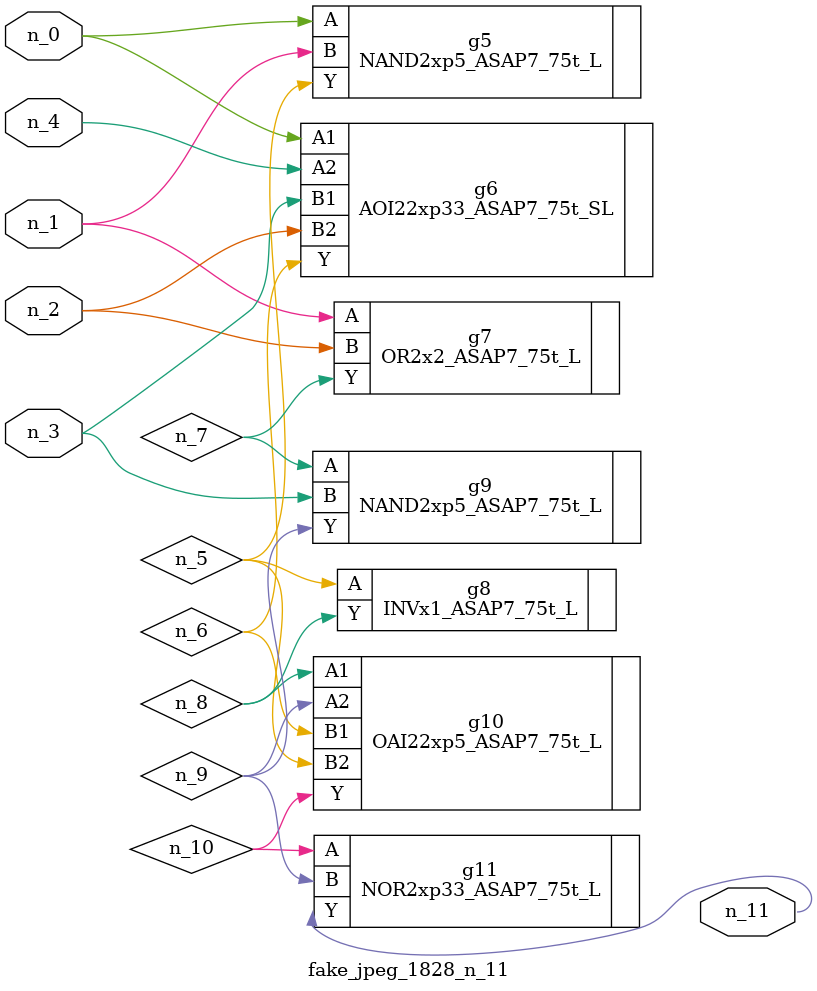
<source format=v>
module fake_jpeg_1828_n_11 (n_3, n_2, n_1, n_0, n_4, n_11);

input n_3;
input n_2;
input n_1;
input n_0;
input n_4;

output n_11;

wire n_10;
wire n_8;
wire n_9;
wire n_6;
wire n_5;
wire n_7;

NAND2xp5_ASAP7_75t_L g5 ( 
.A(n_0),
.B(n_1),
.Y(n_5)
);

AOI22xp33_ASAP7_75t_SL g6 ( 
.A1(n_0),
.A2(n_4),
.B1(n_3),
.B2(n_2),
.Y(n_6)
);

OR2x2_ASAP7_75t_L g7 ( 
.A(n_1),
.B(n_2),
.Y(n_7)
);

INVx1_ASAP7_75t_L g8 ( 
.A(n_5),
.Y(n_8)
);

OAI22xp5_ASAP7_75t_L g10 ( 
.A1(n_8),
.A2(n_9),
.B1(n_6),
.B2(n_5),
.Y(n_10)
);

NAND2xp5_ASAP7_75t_L g9 ( 
.A(n_7),
.B(n_3),
.Y(n_9)
);

NOR2xp33_ASAP7_75t_L g11 ( 
.A(n_10),
.B(n_9),
.Y(n_11)
);


endmodule
</source>
